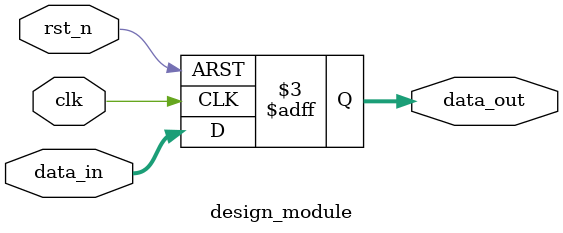
<source format=v>
module design_module(
    input clk,
    input rst_n,
    input [7:0] data_in,
    output reg [7:0] data_out
);

always @(posedge clk or negedge rst_n) begin
    if (!rst_n)
        data_out <= 8'h0;
    else
        data_out <= data_in;
end

endmodule
</source>
